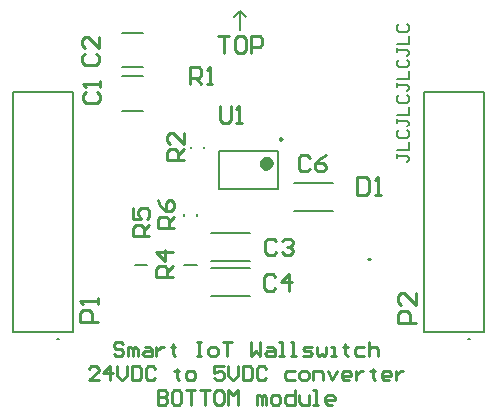
<source format=gto>
G04*
G04 #@! TF.GenerationSoftware,Altium Limited,Altium Designer,22.3.1 (43)*
G04*
G04 Layer_Color=65535*
%FSLAX25Y25*%
%MOIN*%
G70*
G04*
G04 #@! TF.SameCoordinates,F80411C8-1A31-43C8-AF9B-28CD4ED9FA2C*
G04*
G04*
G04 #@! TF.FilePolarity,Positive*
G04*
G01*
G75*
%ADD10C,0.00787*%
%ADD11C,0.00984*%
%ADD12C,0.02362*%
%ADD13C,0.01000*%
D10*
X154606Y18071D02*
X153819D01*
X154606D01*
X17598D02*
X16811D01*
X17598D01*
X77953Y121260D02*
Y127559D01*
X79921Y125591D01*
X75984D02*
X77953Y127559D01*
X139213Y20630D02*
X159213D01*
X139213Y100630D02*
X159213D01*
X139213Y20630D02*
Y100630D01*
X159213Y20630D02*
Y100630D01*
X2205Y20630D02*
X22205D01*
X2205Y100630D02*
X22205D01*
X2205Y20630D02*
Y100630D01*
X22205Y20630D02*
Y100630D01*
X70866Y80709D02*
X90551D01*
X70866Y68110D02*
X90551D01*
Y80709D01*
X70866Y68110D02*
Y80709D01*
X63681Y59055D02*
Y59842D01*
X59153Y59055D02*
Y59842D01*
X42815Y42913D02*
X46949D01*
X59350D02*
X63484D01*
X61614Y81693D02*
Y82087D01*
X65945Y81693D02*
Y82087D01*
X95854Y69993D02*
X108870D01*
X95854Y60716D02*
X108870D01*
X38589Y120284D02*
X45663D01*
X38589Y108850D02*
X45663D01*
X38589Y105717D02*
X45663D01*
X38589Y94283D02*
X45663D01*
X68295Y41646D02*
X81311D01*
X68295Y32370D02*
X81311D01*
X68295Y44181D02*
X81311D01*
X68295Y53457D02*
X81311D01*
X130316Y79789D02*
Y78477D01*
Y79133D01*
X133596D01*
X134252Y78477D01*
Y77821D01*
X133596Y77165D01*
X130316Y81101D02*
X134252D01*
Y83725D01*
X130972Y87661D02*
X130316Y87005D01*
Y85693D01*
X130972Y85037D01*
X133596D01*
X134252Y85693D01*
Y87005D01*
X133596Y87661D01*
X130316Y91596D02*
Y90285D01*
Y90940D01*
X133596D01*
X134252Y90285D01*
Y89628D01*
X133596Y88973D01*
X130316Y92908D02*
X134252D01*
Y95532D01*
X130972Y99468D02*
X130316Y98812D01*
Y97500D01*
X130972Y96844D01*
X133596D01*
X134252Y97500D01*
Y98812D01*
X133596Y99468D01*
X130316Y103404D02*
Y102092D01*
Y102748D01*
X133596D01*
X134252Y102092D01*
Y101436D01*
X133596Y100780D01*
X130316Y104716D02*
X134252D01*
Y107339D01*
X130972Y111275D02*
X130316Y110619D01*
Y109307D01*
X130972Y108651D01*
X133596D01*
X134252Y109307D01*
Y110619D01*
X133596Y111275D01*
X130316Y115211D02*
Y113899D01*
Y114555D01*
X133596D01*
X134252Y113899D01*
Y113243D01*
X133596Y112587D01*
X130316Y116523D02*
X134252D01*
Y119147D01*
X130972Y123082D02*
X130316Y122426D01*
Y121114D01*
X130972Y120458D01*
X133596D01*
X134252Y121114D01*
Y122426D01*
X133596Y123082D01*
D11*
X91949Y84744D02*
X91211Y85170D01*
Y84318D01*
X91949Y84744D01*
D12*
X87795Y76772D02*
X87351Y77695D01*
X86351Y77923D01*
X85550Y77284D01*
Y76259D01*
X86351Y75620D01*
X87351Y75848D01*
X87795Y76772D01*
D13*
X121047Y44707D02*
X120536D01*
X121047D01*
X38990Y16346D02*
X38203Y17133D01*
X36628D01*
X35841Y16346D01*
Y15559D01*
X36628Y14772D01*
X38203D01*
X38990Y13985D01*
Y13198D01*
X38203Y12410D01*
X36628D01*
X35841Y13198D01*
X40564Y12410D02*
Y15559D01*
X41351D01*
X42138Y14772D01*
Y12410D01*
Y14772D01*
X42925Y15559D01*
X43712Y14772D01*
Y12410D01*
X46074Y15559D02*
X47648D01*
X48435Y14772D01*
Y12410D01*
X46074D01*
X45287Y13198D01*
X46074Y13985D01*
X48435D01*
X50010Y15559D02*
Y12410D01*
Y13985D01*
X50797Y14772D01*
X51584Y15559D01*
X52371D01*
X55520Y16346D02*
Y15559D01*
X54733D01*
X56307D01*
X55520D01*
Y13198D01*
X56307Y12410D01*
X63391Y17133D02*
X64965D01*
X64178D01*
Y12410D01*
X63391D01*
X64965D01*
X68114D02*
X69688D01*
X70476Y13198D01*
Y14772D01*
X69688Y15559D01*
X68114D01*
X67327Y14772D01*
Y13198D01*
X68114Y12410D01*
X72050Y17133D02*
X75198D01*
X73624D01*
Y12410D01*
X81496Y17133D02*
Y12410D01*
X83070Y13985D01*
X84644Y12410D01*
Y17133D01*
X87006Y15559D02*
X88580D01*
X89367Y14772D01*
Y12410D01*
X87006D01*
X86218Y13198D01*
X87006Y13985D01*
X89367D01*
X90941Y12410D02*
X92516D01*
X91729D01*
Y17133D01*
X90941D01*
X94877Y12410D02*
X96451D01*
X95664D01*
Y17133D01*
X94877D01*
X98813Y12410D02*
X101174D01*
X101961Y13198D01*
X101174Y13985D01*
X99600D01*
X98813Y14772D01*
X99600Y15559D01*
X101961D01*
X103536D02*
Y13198D01*
X104323Y12410D01*
X105110Y13198D01*
X105897Y12410D01*
X106684Y13198D01*
Y15559D01*
X108258Y12410D02*
X109833D01*
X109046D01*
Y15559D01*
X108258D01*
X112981Y16346D02*
Y15559D01*
X112194D01*
X113769D01*
X112981D01*
Y13198D01*
X113769Y12410D01*
X119279Y15559D02*
X116917D01*
X116130Y14772D01*
Y13198D01*
X116917Y12410D01*
X119279D01*
X120853Y17133D02*
Y12410D01*
Y14772D01*
X121640Y15559D01*
X123214D01*
X124002Y14772D01*
Y12410D01*
X30725Y4343D02*
X27576D01*
X30725Y7492D01*
Y8279D01*
X29937Y9066D01*
X28363D01*
X27576Y8279D01*
X34660Y4343D02*
Y9066D01*
X32299Y6705D01*
X35447D01*
X37022Y9066D02*
Y5917D01*
X38596Y4343D01*
X40170Y5917D01*
Y9066D01*
X41745D02*
Y4343D01*
X44106D01*
X44893Y5130D01*
Y8279D01*
X44106Y9066D01*
X41745D01*
X49616Y8279D02*
X48829Y9066D01*
X47255D01*
X46468Y8279D01*
Y5130D01*
X47255Y4343D01*
X48829D01*
X49616Y5130D01*
X56700Y8279D02*
Y7492D01*
X55913D01*
X57488D01*
X56700D01*
Y5130D01*
X57488Y4343D01*
X60636D02*
X62211D01*
X62998Y5130D01*
Y6705D01*
X62211Y7492D01*
X60636D01*
X59849Y6705D01*
Y5130D01*
X60636Y4343D01*
X72443Y9066D02*
X69295D01*
Y6705D01*
X70869Y7492D01*
X71656D01*
X72443Y6705D01*
Y5130D01*
X71656Y4343D01*
X70082D01*
X69295Y5130D01*
X74018Y9066D02*
Y5917D01*
X75592Y4343D01*
X77166Y5917D01*
Y9066D01*
X78741D02*
Y4343D01*
X81102D01*
X81889Y5130D01*
Y8279D01*
X81102Y9066D01*
X78741D01*
X86612Y8279D02*
X85825Y9066D01*
X84251D01*
X83463Y8279D01*
Y5130D01*
X84251Y4343D01*
X85825D01*
X86612Y5130D01*
X96058Y7492D02*
X93696D01*
X92909Y6705D01*
Y5130D01*
X93696Y4343D01*
X96058D01*
X98419D02*
X99993D01*
X100781Y5130D01*
Y6705D01*
X99993Y7492D01*
X98419D01*
X97632Y6705D01*
Y5130D01*
X98419Y4343D01*
X102355D02*
Y7492D01*
X104716D01*
X105503Y6705D01*
Y4343D01*
X107078Y7492D02*
X108652Y4343D01*
X110226Y7492D01*
X114162Y4343D02*
X112588D01*
X111801Y5130D01*
Y6705D01*
X112588Y7492D01*
X114162D01*
X114949Y6705D01*
Y5917D01*
X111801D01*
X116524Y7492D02*
Y4343D01*
Y5917D01*
X117311Y6705D01*
X118098Y7492D01*
X118885D01*
X122034Y8279D02*
Y7492D01*
X121247D01*
X122821D01*
X122034D01*
Y5130D01*
X122821Y4343D01*
X127544D02*
X125969D01*
X125182Y5130D01*
Y6705D01*
X125969Y7492D01*
X127544D01*
X128331Y6705D01*
Y5917D01*
X125182D01*
X129905Y7492D02*
Y4343D01*
Y5917D01*
X130692Y6705D01*
X131479Y7492D01*
X132266D01*
X50403Y998D02*
Y-3724D01*
X52765D01*
X53552Y-2937D01*
Y-2150D01*
X52765Y-1363D01*
X50403D01*
X52765D01*
X53552Y-576D01*
Y211D01*
X52765Y998D01*
X50403D01*
X57488D02*
X55913D01*
X55126Y211D01*
Y-2937D01*
X55913Y-3724D01*
X57488D01*
X58275Y-2937D01*
Y211D01*
X57488Y998D01*
X59849D02*
X62998D01*
X61423D01*
Y-3724D01*
X64572Y998D02*
X67721D01*
X66146D01*
Y-3724D01*
X71656Y998D02*
X70082D01*
X69295Y211D01*
Y-2937D01*
X70082Y-3724D01*
X71656D01*
X72443Y-2937D01*
Y211D01*
X71656Y998D01*
X74018Y-3724D02*
Y998D01*
X75592Y-576D01*
X77166Y998D01*
Y-3724D01*
X83463D02*
Y-576D01*
X84251D01*
X85038Y-1363D01*
Y-3724D01*
Y-1363D01*
X85825Y-576D01*
X86612Y-1363D01*
Y-3724D01*
X88973D02*
X90548D01*
X91335Y-2937D01*
Y-1363D01*
X90548Y-576D01*
X88973D01*
X88186Y-1363D01*
Y-2937D01*
X88973Y-3724D01*
X96058Y998D02*
Y-3724D01*
X93696D01*
X92909Y-2937D01*
Y-1363D01*
X93696Y-576D01*
X96058D01*
X97632D02*
Y-2937D01*
X98419Y-3724D01*
X100781D01*
Y-576D01*
X102355Y-3724D02*
X103929D01*
X103142D01*
Y998D01*
X102355D01*
X108652Y-3724D02*
X107078D01*
X106291Y-2937D01*
Y-1363D01*
X107078Y-576D01*
X108652D01*
X109439Y-1363D01*
Y-2150D01*
X106291D01*
X70606Y119108D02*
X74279D01*
X72443D01*
Y113598D01*
X78871Y119108D02*
X77034D01*
X76116Y118190D01*
Y114517D01*
X77034Y113598D01*
X78871D01*
X79789Y114517D01*
Y118190D01*
X78871Y119108D01*
X81626Y113598D02*
Y119108D01*
X84381D01*
X85299Y118190D01*
Y116353D01*
X84381Y115435D01*
X81626D01*
X116826Y72082D02*
Y66084D01*
X119825D01*
X120825Y67084D01*
Y71083D01*
X119825Y72082D01*
X116826D01*
X122824Y66084D02*
X124823D01*
X123824D01*
Y72082D01*
X122824Y71083D01*
X136464Y23348D02*
X130465D01*
Y26347D01*
X131465Y27347D01*
X133465D01*
X134464Y26347D01*
Y23348D01*
X136464Y33345D02*
Y29346D01*
X132465Y33345D01*
X131465D01*
X130465Y32345D01*
Y30346D01*
X131465Y29346D01*
X30558Y23954D02*
X24560D01*
Y26953D01*
X25560Y27953D01*
X27559D01*
X28559Y26953D01*
Y23954D01*
X30558Y29952D02*
Y31951D01*
Y30952D01*
X24560D01*
X25560Y29952D01*
X71130Y95668D02*
Y91077D01*
X72048Y90158D01*
X73885D01*
X74803Y91077D01*
Y95668D01*
X76640Y90158D02*
X78477D01*
X77558D01*
Y95668D01*
X76640Y94750D01*
X55905Y55251D02*
X50395D01*
Y58006D01*
X51313Y58924D01*
X53150D01*
X54068Y58006D01*
Y55251D01*
Y57087D02*
X55905Y58924D01*
X50395Y64434D02*
X51313Y62598D01*
X53150Y60761D01*
X54986D01*
X55905Y61679D01*
Y63516D01*
X54986Y64434D01*
X54068D01*
X53150Y63516D01*
Y60761D01*
X47637Y52495D02*
X42127D01*
Y55250D01*
X43045Y56168D01*
X44882D01*
X45800Y55250D01*
Y52495D01*
Y54332D02*
X47637Y56168D01*
X42127Y61678D02*
Y58005D01*
X44882D01*
X43964Y59842D01*
Y60760D01*
X44882Y61678D01*
X46719D01*
X47637Y60760D01*
Y58923D01*
X46719Y58005D01*
X61326Y103284D02*
Y108794D01*
X64081D01*
X64999Y107876D01*
Y106039D01*
X64081Y105121D01*
X61326D01*
X63163D02*
X64999Y103284D01*
X66836D02*
X68673D01*
X67754D01*
Y108794D01*
X66836Y107876D01*
X59054Y77692D02*
X53544D01*
Y80447D01*
X54462Y81365D01*
X56299D01*
X57218Y80447D01*
Y77692D01*
Y79528D02*
X59054Y81365D01*
Y86875D02*
Y83202D01*
X55381Y86875D01*
X54462D01*
X53544Y85957D01*
Y84120D01*
X54462Y83202D01*
X55511Y38715D02*
X50001D01*
Y41470D01*
X50919Y42389D01*
X52756D01*
X53674Y41470D01*
Y38715D01*
Y40552D02*
X55511Y42389D01*
Y46980D02*
X50001D01*
X52756Y44225D01*
Y47899D01*
X101050Y78608D02*
X100132Y79527D01*
X98295D01*
X97377Y78608D01*
Y74935D01*
X98295Y74017D01*
X100132D01*
X101050Y74935D01*
X106560Y79527D02*
X104724Y78608D01*
X102887Y76772D01*
Y74935D01*
X103805Y74017D01*
X105642D01*
X106560Y74935D01*
Y75853D01*
X105642Y76772D01*
X102887D01*
X26116Y113255D02*
X25198Y112337D01*
Y110500D01*
X26116Y109581D01*
X29789D01*
X30708Y110500D01*
Y112337D01*
X29789Y113255D01*
X30708Y118765D02*
Y115092D01*
X27034Y118765D01*
X26116D01*
X25198Y117847D01*
Y116010D01*
X26116Y115092D01*
X26510Y100394D02*
X25591Y99475D01*
Y97639D01*
X26510Y96720D01*
X30183D01*
X31102Y97639D01*
Y99475D01*
X30183Y100394D01*
X31102Y102230D02*
Y104067D01*
Y103149D01*
X25591D01*
X26510Y102230D01*
X90023Y50656D02*
X89105Y51574D01*
X87268D01*
X86350Y50656D01*
Y46982D01*
X87268Y46064D01*
X89105D01*
X90023Y46982D01*
X91860Y50656D02*
X92778Y51574D01*
X94615D01*
X95534Y50656D01*
Y49737D01*
X94615Y48819D01*
X93697D01*
X94615D01*
X95534Y47901D01*
Y46982D01*
X94615Y46064D01*
X92778D01*
X91860Y46982D01*
X89633Y38844D02*
X88714Y39763D01*
X86878D01*
X85960Y38844D01*
Y35171D01*
X86878Y34253D01*
X88714D01*
X89633Y35171D01*
X94225Y34253D02*
Y39763D01*
X91470Y37008D01*
X95143D01*
M02*

</source>
